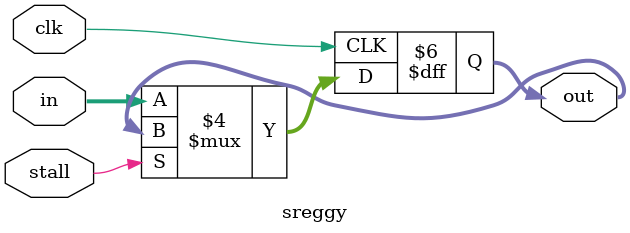
<source format=v>

/*
 * NAME
 *
 * sreggy - stallable register of data
 *
 * DESCRIPTION
 *
 * Works the same as the 'reggy' module except that the
 * data can be stalled (held).
 *
 *   wire       stall1;  // some external stall signal
 *   wire [7:0] in1;
 *   wire [7:0] out1;
 *
 *   sreggy #(.N(8)) r1(.clk(clk), .stall(stall1), .in(in1), .out(out1))
 *
 */

`ifndef _sreggy
`define _sreggy

module sreggy(
	input clk,
	input stall,
	input wire [N-1:0] in,
	output reg [N-1:0] out);

	parameter N = 8;

	always @(posedge clk) begin
		if (stall == 1'b1)
			out <= out;
		else
			out <= in;
	end

endmodule

`endif

</source>
